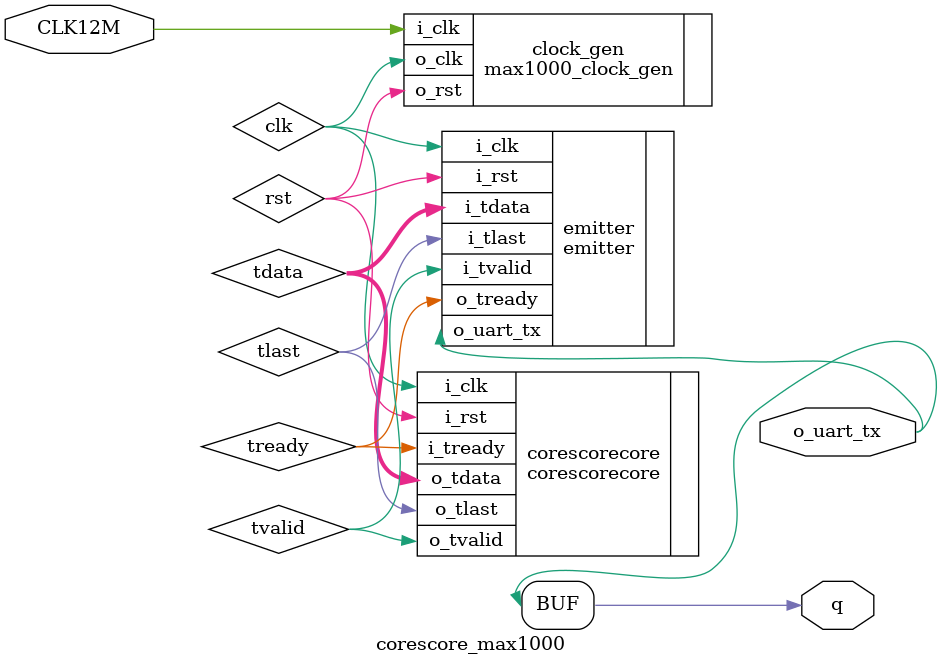
<source format=v>

`default_nettype none
module corescore_max1000
(
 input wire  CLK12M,
 output wire q,
 output wire o_uart_tx);

   wire      clk;
   wire      rst;

   //Mirror UART output to LED
   assign q = o_uart_tx;

   max1000_clock_gen clock_gen
     (.i_clk (CLK12M),
      .o_clk (clk),
      .o_rst (rst));

   parameter memfile_emitter = "emitter.hex";

   wire [7:0]  tdata;
   wire        tlast;
   wire        tvalid;
   wire        tready;

   corescorecore corescorecore
     (.i_clk     (clk),
      .i_rst     (rst),
      .o_tdata   (tdata),
      .o_tlast   (tlast),
      .o_tvalid  (tvalid),
      .i_tready  (tready));

   emitter #(.memfile (memfile_emitter)) emitter
     (.i_clk     (clk),
      .i_rst     (rst),
      .i_tdata   (tdata),
      .i_tlast   (tlast),
      .i_tvalid  (tvalid),
      .o_tready  (tready),
      .o_uart_tx (o_uart_tx));

endmodule

</source>
